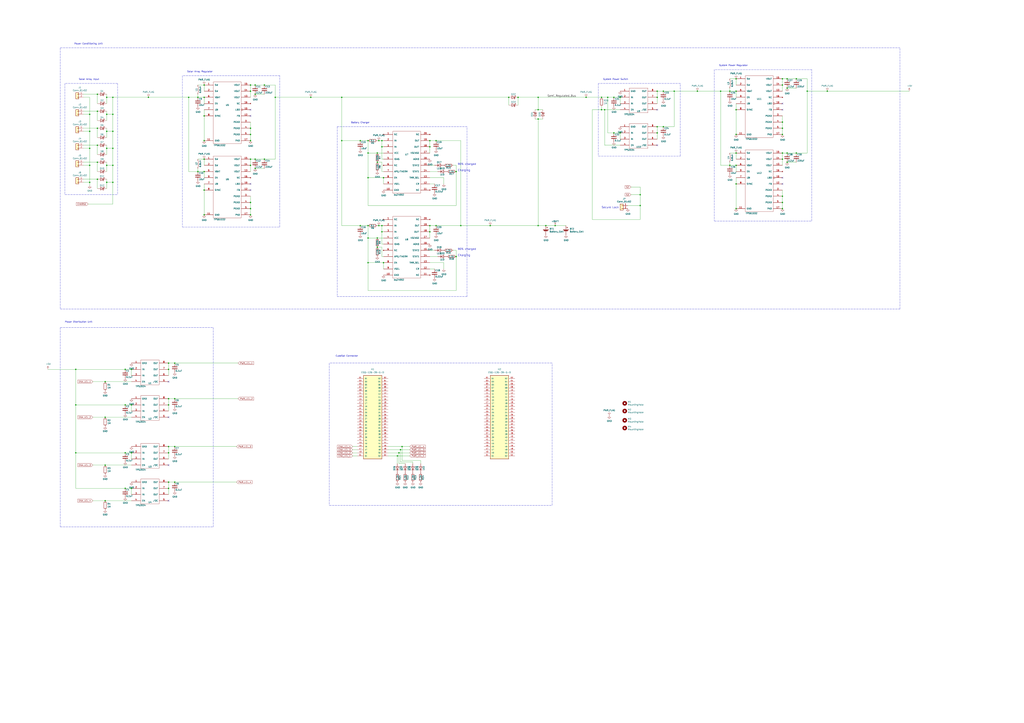
<source format=kicad_sch>
(kicad_sch (version 20231120) (generator "eeschema") (generator_version "8.0")
  (paper "A1")
  (junction (at 642.62 64.77))
  (junction (at 539.75 74.93))
  (junction (at 599.44 135.89))
  (junction (at 205.74 69.85))
  (junction (at 102.87 372.11))
  (junction (at 73.66 107.95))
  (junction (at 328.93 369.57))
  (junction (at 374.65 210.82))
  (junction (at 604.52 135.89))
  (junction (at 217.17 130.81))
  (junction (at 87.63 121.92))
  (junction (at 302.26 215.9))
  (junction (at 62.23 332.74))
  (junction (at 313.69 120.65))
  (junction (at 353.06 185.42))
  (junction (at 572.77 74.93))
  (junction (at 205.74 115.57))
  (junction (at 313.69 185.42))
  (junction (at 309.88 133.35))
  (junction (at 138.43 332.74))
  (junction (at 255.27 80.01))
  (junction (at 353.06 120.65))
  (junction (at 358.14 115.57))
  (junction (at 87.63 107.95))
  (junction (at 209.55 138.43))
  (junction (at 604.52 151.13))
  (junction (at 80.01 133.35))
  (junction (at 455.93 185.42))
  (junction (at 138.43 298.45))
  (junction (at 314.96 146.05))
  (junction (at 167.64 130.81))
  (junction (at 302.26 146.05))
  (junction (at 86.36 342.9))
  (junction (at 87.63 149.86))
  (junction (at 80.01 91.44))
  (junction (at 205.74 171.45))
  (junction (at 604.52 64.77))
  (junction (at 87.63 135.89))
  (junction (at 205.74 110.49))
  (junction (at 86.36 382.27))
  (junction (at 138.43 396.24))
  (junction (at 654.05 125.73))
  (junction (at 353.06 115.57))
  (junction (at 309.88 125.73))
  (junction (at 143.51 367.03))
  (junction (at 504.19 80.01))
  (junction (at 642.62 130.81))
  (junction (at 646.43 125.73))
  (junction (at 314.96 215.9))
  (junction (at 73.66 93.98))
  (junction (at 441.96 185.42))
  (junction (at 642.62 105.41))
  (junction (at 441.96 80.01))
  (junction (at 313.69 190.5))
  (junction (at 539.75 104.14))
  (junction (at 544.83 104.14))
  (junction (at 642.62 100.33))
  (junction (at 102.87 401.32))
  (junction (at 80.01 77.47))
  (junction (at 295.91 185.42))
  (junction (at 494.03 90.17))
  (junction (at 280.67 115.57))
  (junction (at 167.64 115.57))
  (junction (at 499.11 80.01))
  (junction (at 642.62 166.37))
  (junction (at 92.71 121.92))
  (junction (at 604.52 74.93))
  (junction (at 326.39 374.65))
  (junction (at 73.66 121.92))
  (junction (at 154.94 80.01))
  (junction (at 80.01 105.41))
  (junction (at 205.74 176.53))
  (junction (at 302.26 195.58))
  (junction (at 646.43 64.77))
  (junction (at 209.55 69.85))
  (junction (at 604.52 125.73))
  (junction (at 604.52 110.49))
  (junction (at 143.51 298.45))
  (junction (at 311.15 185.42))
  (junction (at 209.55 130.81))
  (junction (at 642.62 161.29))
  (junction (at 358.14 185.42))
  (junction (at 138.43 372.11))
  (junction (at 525.78 160.02))
  (junction (at 544.83 74.93))
  (junction (at 73.66 135.89))
  (junction (at 425.45 80.01))
  (junction (at 143.51 327.66))
  (junction (at 138.43 327.66))
  (junction (at 80.01 147.32))
  (junction (at 205.74 130.81))
  (junction (at 302.26 185.42))
  (junction (at 205.74 166.37))
  (junction (at 87.63 80.01))
  (junction (at 107.95 372.11))
  (junction (at 679.45 74.93))
  (junction (at 138.43 401.32))
  (junction (at 330.2 367.03))
  (junction (at 102.87 332.74))
  (junction (at 86.36 313.69))
  (junction (at 504.19 109.22))
  (junction (at 481.33 80.01))
  (junction (at 92.71 149.86))
  (junction (at 102.87 303.53))
  (junction (at 646.43 133.35))
  (junction (at 107.95 303.53))
  (junction (at 302.26 125.73))
  (junction (at 646.43 72.39))
  (junction (at 143.51 396.24))
  (junction (at 441.96 90.17))
  (junction (at 167.64 95.25))
  (junction (at 121.92 80.01))
  (junction (at 92.71 80.01))
  (junction (at 448.31 185.42))
  (junction (at 167.64 69.85))
  (junction (at 496.57 90.17))
  (junction (at 309.88 203.2))
  (junction (at 539.75 80.01))
  (junction (at 417.83 80.01))
  (junction (at 509.27 80.01))
  (junction (at 604.52 171.45))
  (junction (at 167.64 176.53))
  (junction (at 327.66 372.11))
  (junction (at 402.59 185.42))
  (junction (at 494.03 80.01))
  (junction (at 313.69 115.57))
  (junction (at 80.01 119.38))
  (junction (at 92.71 107.95))
  (junction (at 209.55 77.47))
  (junction (at 309.88 195.58))
  (junction (at 107.95 401.32))
  (junction (at 280.67 80.01))
  (junction (at 205.74 74.93))
  (junction (at 62.23 372.11))
  (junction (at 311.15 115.57))
  (junction (at 353.06 190.5))
  (junction (at 642.62 171.45))
  (junction (at 642.62 110.49))
  (junction (at 654.05 64.77))
  (junction (at 591.82 74.93))
  (junction (at 167.64 80.01))
  (junction (at 662.94 74.93))
  (junction (at 205.74 135.89))
  (junction (at 525.78 168.91))
  (junction (at 205.74 105.41))
  (junction (at 73.66 149.86))
  (junction (at 162.56 140.97))
  (junction (at 92.71 135.89))
  (junction (at 378.46 185.42))
  (junction (at 92.71 93.98))
  (junction (at 138.43 303.53))
  (junction (at 226.06 80.01))
  (junction (at 441.96 97.79))
  (junction (at 604.52 90.17))
  (junction (at 302.26 115.57))
  (junction (at 599.44 74.93))
  (junction (at 167.64 156.21))
  (junction (at 162.56 80.01))
  (junction (at 107.95 332.74))
  (junction (at 374.65 140.97))
  (junction (at 642.62 69.85))
  (junction (at 539.75 109.22))
  (junction (at 217.17 69.85))
  (junction (at 138.43 367.03))
  (junction (at 86.36 411.48))
  (junction (at 509.27 109.22))
  (junction (at 295.91 115.57))
  (junction (at 167.64 140.97))
  (junction (at 553.72 74.93))
  (junction (at 62.23 303.53))
  (junction (at 87.63 93.98))
  (junction (at 642.62 125.73))
  (no_connect (at 642.62 151.13))
  (no_connect (at 642.62 85.09))
  (no_connect (at 205.74 156.21))
  (no_connect (at 138.43 342.9))
  (no_connect (at 138.43 382.27))
  (no_connect (at 138.43 411.48))
  (no_connect (at 539.75 90.17))
  (no_connect (at 205.74 90.17))
  (no_connect (at 539.75 119.38))
  (no_connect (at 642.62 90.17))
  (no_connect (at 205.74 95.25))
  (no_connect (at 642.62 146.05))
  (no_connect (at 138.43 313.69))
  (no_connect (at 205.74 151.13))
  (wire (pts (xy 68.58 149.86) (xy 73.66 149.86)))
  (wire (pts (xy 205.74 100.33) (xy 205.74 105.41)))
  (wire (pts (xy 87.63 121.92) (xy 92.71 121.92)))
  (wire (pts (xy 539.75 104.14) (xy 544.83 104.14)))
  (polyline (pts (xy 149.86 62.23) (xy 149.86 186.69)) (stroke (width 0) (type dash)))
  (wire (pts (xy 499.11 109.22) (xy 499.11 80.01)))
  (wire (pts (xy 205.74 105.41) (xy 205.74 110.49)))
  (wire (pts (xy 86.36 342.9) (xy 107.95 342.9)))
  (wire (pts (xy 425.45 86.36) (xy 425.45 80.01)))
  (wire (pts (xy 642.62 161.29) (xy 642.62 166.37)))
  (wire (pts (xy 167.64 85.09) (xy 167.64 80.01)))
  (wire (pts (xy 217.17 130.81) (xy 226.06 130.81)))
  (wire (pts (xy 167.64 90.17) (xy 167.64 95.25)))
  (wire (pts (xy 604.52 146.05) (xy 604.52 151.13)))
  (wire (pts (xy 209.55 69.85) (xy 205.74 69.85)))
  (wire (pts (xy 73.66 135.89) (xy 73.66 149.86)))
  (wire (pts (xy 604.52 125.73) (xy 604.52 130.81)))
  (wire (pts (xy 402.59 185.42) (xy 441.96 185.42)))
  (wire (pts (xy 280.67 80.01) (xy 280.67 115.57)))
  (wire (pts (xy 313.69 203.2) (xy 313.69 210.82)))
  (wire (pts (xy 87.63 119.38) (xy 87.63 121.92)))
  (wire (pts (xy 73.66 107.95) (xy 73.66 121.92)))
  (wire (pts (xy 509.27 119.38) (xy 496.57 119.38)))
  (wire (pts (xy 68.58 107.95) (xy 73.66 107.95)))
  (wire (pts (xy 302.26 125.73) (xy 302.26 115.57)))
  (wire (pts (xy 76.2 342.9) (xy 86.36 342.9)))
  (wire (pts (xy 642.62 100.33) (xy 642.62 105.41)))
  (wire (pts (xy 525.78 160.02) (xy 525.78 168.91)))
  (wire (pts (xy 662.94 64.77) (xy 662.94 74.93)))
  (wire (pts (xy 311.15 115.57) (xy 313.69 115.57)))
  (wire (pts (xy 72.39 167.64) (xy 92.71 167.64)))
  (wire (pts (xy 313.69 130.81) (xy 314.96 130.81)))
  (wire (pts (xy 217.17 138.43) (xy 209.55 138.43)))
  (wire (pts (xy 364.49 146.05) (xy 364.49 151.13)))
  (wire (pts (xy 318.77 367.03) (xy 330.2 367.03)))
  (wire (pts (xy 289.56 369.57) (xy 293.37 369.57)))
  (wire (pts (xy 509.27 109.22) (xy 504.19 109.22)))
  (wire (pts (xy 525.78 168.91) (xy 515.62 168.91)))
  (wire (pts (xy 330.2 367.03) (xy 330.2 378.46)))
  (wire (pts (xy 353.06 185.42) (xy 358.14 185.42)))
  (wire (pts (xy 604.52 90.17) (xy 604.52 110.49)))
  (wire (pts (xy 591.82 74.93) (xy 599.44 74.93)))
  (wire (pts (xy 646.43 125.73) (xy 642.62 125.73)))
  (polyline (pts (xy 453.39 415.29) (xy 453.39 298.45)) (stroke (width 0) (type dash)))
  (wire (pts (xy 80.01 91.44) (xy 68.58 91.44)))
  (wire (pts (xy 302.26 168.91) (xy 374.65 168.91)))
  (wire (pts (xy 327.66 372.11) (xy 336.55 372.11)))
  (wire (pts (xy 92.71 135.89) (xy 92.71 149.86)))
  (wire (pts (xy 599.44 74.93) (xy 604.52 74.93)))
  (polyline (pts (xy 49.53 39.37) (xy 49.53 254)) (stroke (width 0) (type dash)))
  (wire (pts (xy 167.64 95.25) (xy 167.64 115.57)))
  (wire (pts (xy 642.62 125.73) (xy 642.62 130.81)))
  (wire (pts (xy 87.63 135.89) (xy 87.63 140.97)))
  (polyline (pts (xy 666.75 57.15) (xy 586.74 57.15)) (stroke (width 0) (type dash)))
  (wire (pts (xy 374.65 140.97) (xy 374.65 168.91)))
  (wire (pts (xy 353.06 115.57) (xy 358.14 115.57)))
  (polyline (pts (xy 49.53 433.07) (xy 175.26 433.07)) (stroke (width 0) (type dash)))
  (wire (pts (xy 358.14 185.42) (xy 378.46 185.42)))
  (wire (pts (xy 80.01 133.35) (xy 68.58 133.35)))
  (wire (pts (xy 525.78 153.67) (xy 525.78 160.02)))
  (wire (pts (xy 92.71 80.01) (xy 92.71 93.98)))
  (wire (pts (xy 107.95 411.48) (xy 86.36 411.48)))
  (wire (pts (xy 544.83 104.14) (xy 553.72 104.14)))
  (wire (pts (xy 62.23 401.32) (xy 102.87 401.32)))
  (wire (pts (xy 642.62 69.85) (xy 642.62 74.93)))
  (wire (pts (xy 154.94 140.97) (xy 162.56 140.97)))
  (wire (pts (xy 167.64 69.85) (xy 167.64 74.93)))
  (polyline (pts (xy 558.8 68.58) (xy 491.49 68.58)) (stroke (width 0) (type dash)))
  (wire (pts (xy 486.41 180.34) (xy 486.41 90.17)))
  (wire (pts (xy 80.01 91.44) (xy 80.01 99.06)))
  (wire (pts (xy 280.67 115.57) (xy 280.67 185.42)))
  (wire (pts (xy 448.31 185.42) (xy 441.96 185.42)))
  (wire (pts (xy 107.95 401.32) (xy 102.87 401.32)))
  (wire (pts (xy 328.93 369.57) (xy 336.55 369.57)))
  (wire (pts (xy 73.66 80.01) (xy 73.66 93.98)))
  (wire (pts (xy 378.46 185.42) (xy 402.59 185.42)))
  (wire (pts (xy 378.46 115.57) (xy 378.46 185.42)))
  (wire (pts (xy 92.71 149.86) (xy 87.63 149.86)))
  (wire (pts (xy 509.27 90.17) (xy 496.57 90.17)))
  (wire (pts (xy 107.95 372.11) (xy 107.95 377.19)))
  (wire (pts (xy 62.23 303.53) (xy 39.37 303.53)))
  (wire (pts (xy 509.27 109.22) (xy 509.27 114.3)))
  (wire (pts (xy 318.77 372.11) (xy 327.66 372.11)))
  (polyline (pts (xy 270.51 415.29) (xy 453.39 415.29)) (stroke (width 0) (type dash)))
  (wire (pts (xy 217.17 77.47) (xy 209.55 77.47)))
  (wire (pts (xy 87.63 80.01) (xy 87.63 85.09)))
  (wire (pts (xy 353.06 190.5) (xy 353.06 185.42)))
  (wire (pts (xy 87.63 77.47) (xy 87.63 80.01)))
  (wire (pts (xy 327.66 381) (xy 327.66 372.11)))
  (wire (pts (xy 73.66 93.98) (xy 73.66 107.95)))
  (wire (pts (xy 162.56 69.85) (xy 167.64 69.85)))
  (wire (pts (xy 255.27 80.01) (xy 280.67 80.01)))
  (wire (pts (xy 309.88 195.58) (xy 314.96 195.58)))
  (wire (pts (xy 87.63 91.44) (xy 87.63 93.98)))
  (wire (pts (xy 509.27 80.01) (xy 504.19 80.01)))
  (wire (pts (xy 481.33 80.01) (xy 494.03 80.01)))
  (wire (pts (xy 642.62 105.41) (xy 642.62 110.49)))
  (wire (pts (xy 679.45 74.93) (xy 746.76 74.93)))
  (wire (pts (xy 143.51 327.66) (xy 195.58 327.66)))
  (wire (pts (xy 107.95 401.32) (xy 107.95 406.4)))
  (wire (pts (xy 107.95 303.53) (xy 102.87 303.53)))
  (wire (pts (xy 226.06 69.85) (xy 217.17 69.85)))
  (wire (pts (xy 162.56 80.01) (xy 167.64 80.01)))
  (wire (pts (xy 654.05 125.73) (xy 646.43 125.73)))
  (polyline (pts (xy 229.87 186.69) (xy 229.87 62.23)) (stroke (width 0) (type dash)))
  (wire (pts (xy 328.93 379.73) (xy 328.93 369.57)))
  (polyline (pts (xy 558.8 128.27) (xy 558.8 68.58)) (stroke (width 0) (type dash)))
  (wire (pts (xy 138.43 367.03) (xy 138.43 372.11)))
  (wire (pts (xy 138.43 298.45) (xy 143.51 298.45)))
  (wire (pts (xy 654.05 72.39) (xy 646.43 72.39)))
  (wire (pts (xy 138.43 303.53) (xy 138.43 308.61)))
  (wire (pts (xy 496.57 119.38) (xy 496.57 90.17)))
  (wire (pts (xy 599.44 72.39) (xy 599.44 74.93)))
  (wire (pts (xy 494.03 90.17) (xy 496.57 90.17)))
  (wire (pts (xy 353.06 210.82) (xy 359.41 210.82)))
  (polyline (pts (xy 586.74 181.61) (xy 666.75 181.61)) (stroke (width 0) (type dash)))
  (wire (pts (xy 353.06 120.65) (xy 353.06 115.57)))
  (wire (pts (xy 138.43 298.45) (xy 138.43 303.53)))
  (wire (pts (xy 309.88 133.35) (xy 313.69 133.35)))
  (wire (pts (xy 68.58 121.92) (xy 73.66 121.92)))
  (polyline (pts (xy 96.52 68.58) (xy 96.52 160.02)) (stroke (width 0) (type dash)))
  (wire (pts (xy 62.23 332.74) (xy 62.23 303.53)))
  (wire (pts (xy 107.95 303.53) (xy 107.95 308.61)))
  (wire (pts (xy 326.39 374.65) (xy 326.39 381)))
  (wire (pts (xy 62.23 372.11) (xy 62.23 401.32)))
  (wire (pts (xy 302.26 115.57) (xy 295.91 115.57)))
  (wire (pts (xy 353.06 215.9) (xy 364.49 215.9)))
  (polyline (pts (xy 276.86 104.14) (xy 276.86 243.84)) (stroke (width 0) (type dash)))
  (wire (pts (xy 642.62 130.81) (xy 642.62 135.89)))
  (wire (pts (xy 313.69 120.65) (xy 313.69 130.81)))
  (wire (pts (xy 353.06 140.97) (xy 359.41 140.97)))
  (wire (pts (xy 280.67 115.57) (xy 295.91 115.57)))
  (wire (pts (xy 358.14 115.57) (xy 378.46 115.57)))
  (wire (pts (xy 353.06 146.05) (xy 364.49 146.05)))
  (wire (pts (xy 87.63 107.95) (xy 92.71 107.95)))
  (wire (pts (xy 353.06 195.58) (xy 353.06 190.5)))
  (wire (pts (xy 330.2 367.03) (xy 336.55 367.03)))
  (wire (pts (xy 345.44 381) (xy 345.44 378.46)))
  (wire (pts (xy 73.66 121.92) (xy 73.66 135.89)))
  (wire (pts (xy 599.44 133.35) (xy 599.44 135.89)))
  (wire (pts (xy 599.44 125.73) (xy 604.52 125.73)))
  (wire (pts (xy 364.49 215.9) (xy 364.49 220.98)))
  (wire (pts (xy 518.16 153.67) (xy 525.78 153.67)))
  (wire (pts (xy 143.51 298.45) (xy 195.58 298.45)))
  (polyline (pts (xy 491.49 128.27) (xy 558.8 128.27)) (stroke (width 0) (type dash)))
  (wire (pts (xy 374.65 135.89) (xy 372.11 135.89)))
  (wire (pts (xy 107.95 332.74) (xy 102.87 332.74)))
  (wire (pts (xy 302.26 185.42) (xy 295.91 185.42)))
  (polyline (pts (xy 276.86 243.84) (xy 383.54 243.84)) (stroke (width 0) (type dash)))
  (wire (pts (xy 205.74 69.85) (xy 205.74 74.93)))
  (wire (pts (xy 326.39 374.65) (xy 336.55 374.65)))
  (wire (pts (xy 107.95 332.74) (xy 107.95 337.82)))
  (wire (pts (xy 302.26 146.05) (xy 314.96 146.05)))
  (wire (pts (xy 80.01 119.38) (xy 80.01 127)))
  (wire (pts (xy 280.67 80.01) (xy 417.83 80.01)))
  (wire (pts (xy 662.94 74.93) (xy 662.94 125.73)))
  (wire (pts (xy 68.58 135.89) (xy 73.66 135.89)))
  (wire (pts (xy 226.06 69.85) (xy 226.06 80.01)))
  (wire (pts (xy 591.82 135.89) (xy 591.82 74.93)))
  (wire (pts (xy 87.63 107.95) (xy 87.63 113.03)))
  (wire (pts (xy 289.56 374.65) (xy 293.37 374.65)))
  (wire (pts (xy 209.55 130.81) (xy 205.74 130.81)))
  (wire (pts (xy 642.62 64.77) (xy 642.62 69.85)))
  (polyline (pts (xy 666.75 181.61) (xy 666.75 57.15)) (stroke (width 0) (type dash)))
  (wire (pts (xy 87.63 93.98) (xy 92.71 93.98)))
  (polyline (pts (xy 49.53 269.24) (xy 175.26 269.24)) (stroke (width 0) (type dash)))
  (wire (pts (xy 154.94 140.97) (xy 154.94 80.01)))
  (wire (pts (xy 62.23 372.11) (xy 62.23 332.74)))
  (wire (pts (xy 654.05 64.77) (xy 646.43 64.77)))
  (wire (pts (xy 525.78 168.91) (xy 525.78 180.34)))
  (wire (pts (xy 374.65 205.74) (xy 372.11 205.74)))
  (wire (pts (xy 441.96 80.01) (xy 441.96 90.17)))
  (wire (pts (xy 544.83 74.93) (xy 553.72 74.93)))
  (wire (pts (xy 604.52 80.01) (xy 604.52 74.93)))
  (wire (pts (xy 599.44 135.89) (xy 604.52 135.89)))
  (wire (pts (xy 302.26 215.9) (xy 302.26 238.76)))
  (wire (pts (xy 311.15 185.42) (xy 313.69 185.42)))
  (wire (pts (xy 87.63 80.01) (xy 92.71 80.01)))
  (wire (pts (xy 138.43 372.11) (xy 138.43 377.19)))
  (wire (pts (xy 217.17 69.85) (xy 209.55 69.85)))
  (polyline (pts (xy 96.52 68.58) (xy 53.34 68.58)) (stroke (width 0) (type dash)))
  (wire (pts (xy 76.2 313.69) (xy 86.36 313.69)))
  (wire (pts (xy 313.69 185.42) (xy 314.96 185.42)))
  (wire (pts (xy 339.09 379.73) (xy 328.93 379.73)))
  (wire (pts (xy 425.45 80.01) (xy 441.96 80.01)))
  (polyline (pts (xy 53.34 160.02) (xy 96.52 160.02)) (stroke (width 0) (type dash)))
  (wire (pts (xy 92.71 149.86) (xy 92.71 167.64)))
  (polyline (pts (xy 270.51 298.45) (xy 270.51 415.29)) (stroke (width 0) (type dash)))
  (polyline (pts (xy 175.26 269.24) (xy 175.26 433.07)) (stroke (width 0) (type dash)))
  (wire (pts (xy 302.26 195.58) (xy 302.26 215.9)))
  (wire (pts (xy 87.63 133.35) (xy 87.63 135.89)))
  (wire (pts (xy 205.74 74.93) (xy 205.74 80.01)))
  (polyline (pts (xy 276.86 104.14) (xy 383.54 104.14)) (stroke (width 0) (type dash)))
  (wire (pts (xy 62.23 372.11) (xy 102.87 372.11)))
  (wire (pts (xy 486.41 90.17) (xy 494.03 90.17)))
  (polyline (pts (xy 229.87 62.23) (xy 149.86 62.23)) (stroke (width 0) (type dash)))
  (wire (pts (xy 80.01 105.41) (xy 68.58 105.41)))
  (wire (pts (xy 318.77 369.57) (xy 328.93 369.57)))
  (polyline (pts (xy 453.39 298.45) (xy 270.51 298.45)) (stroke (width 0) (type dash)))
  (wire (pts (xy 353.06 151.13) (xy 356.87 151.13)))
  (wire (pts (xy 604.52 140.97) (xy 604.52 135.89)))
  (wire (pts (xy 662.94 64.77) (xy 654.05 64.77)))
  (wire (pts (xy 494.03 80.01) (xy 499.11 80.01)))
  (wire (pts (xy 226.06 80.01) (xy 255.27 80.01)))
  (wire (pts (xy 642.62 166.37) (xy 642.62 171.45)))
  (wire (pts (xy 121.92 80.01) (xy 154.94 80.01)))
  (wire (pts (xy 313.69 190.5) (xy 314.96 190.5)))
  (wire (pts (xy 226.06 80.01) (xy 226.06 130.81)))
  (wire (pts (xy 302.26 195.58) (xy 302.26 185.42)))
  (wire (pts (xy 572.77 74.93) (xy 591.82 74.93)))
  (wire (pts (xy 302.26 146.05) (xy 302.26 168.91)))
  (wire (pts (xy 309.88 203.2) (xy 313.69 203.2)))
  (wire (pts (xy 87.63 135.89) (xy 92.71 135.89)))
  (wire (pts (xy 62.23 332.74) (xy 102.87 332.74)))
  (wire (pts (xy 289.56 372.11) (xy 293.37 372.11)))
  (wire (pts (xy 313.69 133.35) (xy 313.69 140.97)))
  (wire (pts (xy 86.36 411.48) (xy 76.2 411.48)))
  (wire (pts (xy 280.67 185.42) (xy 295.91 185.42)))
  (wire (pts (xy 441.96 80.01) (xy 481.33 80.01)))
  (wire (pts (xy 654.05 133.35) (xy 646.43 133.35)))
  (wire (pts (xy 642.62 95.25) (xy 642.62 100.33)))
  (wire (pts (xy 499.11 80.01) (xy 504.19 80.01)))
  (wire (pts (xy 167.64 130.81) (xy 167.64 135.89)))
  (wire (pts (xy 87.63 93.98) (xy 87.63 99.06)))
  (wire (pts (xy 539.75 74.93) (xy 539.75 80.01)))
  (wire (pts (xy 313.69 115.57) (xy 314.96 115.57)))
  (wire (pts (xy 162.56 130.81) (xy 167.64 130.81)))
  (wire (pts (xy 646.43 64.77) (xy 642.62 64.77)))
  (wire (pts (xy 87.63 105.41) (xy 87.63 107.95)))
  (wire (pts (xy 138.43 396.24) (xy 143.51 396.24)))
  (wire (pts (xy 353.06 220.98) (xy 356.87 220.98)))
  (wire (pts (xy 138.43 401.32) (xy 138.43 406.4)))
  (wire (pts (xy 309.88 115.57) (xy 311.15 115.57)))
  (wire (pts (xy 302.26 125.73) (xy 309.88 125.73)))
  (wire (pts (xy 417.83 86.36) (xy 417.83 80.01)))
  (polyline (pts (xy 49.53 269.24) (xy 49.53 433.07)) (stroke (width 0) (type dash)))
  (wire (pts (xy 313.69 210.82) (xy 314.96 210.82)))
  (wire (pts (xy 313.69 140.97) (xy 314.96 140.97)))
  (wire (pts (xy 539.75 109.22) (xy 539.75 114.3)))
  (wire (pts (xy 138.43 332.74) (xy 138.43 337.82)))
  (wire (pts (xy 445.77 90.17) (xy 441.96 90.17)))
  (wire (pts (xy 80.01 133.35) (xy 80.01 140.97)))
  (wire (pts (xy 313.69 200.66) (xy 314.96 200.66)))
  (polyline (pts (xy 49.53 39.37) (xy 739.14 39.37)) (stroke (width 0) (type dash)))
  (wire (pts (xy 68.58 147.32) (xy 80.01 147.32)))
  (wire (pts (xy 604.52 64.77) (xy 604.52 69.85)))
  (wire (pts (xy 313.69 120.65) (xy 314.96 120.65)))
  (wire (pts (xy 374.65 135.89) (xy 374.65 140.97)))
  (wire (pts (xy 353.06 205.74) (xy 356.87 205.74)))
  (wire (pts (xy 138.43 327.66) (xy 143.51 327.66)))
  (wire (pts (xy 92.71 93.98) (xy 92.71 107.95)))
  (wire (pts (xy 499.11 109.22) (xy 504.19 109.22)))
  (wire (pts (xy 662.94 74.93) (xy 679.45 74.93)))
  (wire (pts (xy 553.72 104.14) (xy 553.72 74.93)))
  (wire (pts (xy 205.74 161.29) (xy 205.74 166.37)))
  (polyline (pts (xy 739.14 254) (xy 739.14 39.37)) (stroke (width 0) (type dash)))
  (wire (pts (xy 464.82 185.42) (xy 455.93 185.42)))
  (wire (pts (xy 441.96 90.17) (xy 439.42 90.17)))
  (wire (pts (xy 314.96 151.13) (xy 314.96 146.05)))
  (wire (pts (xy 68.58 80.01) (xy 73.66 80.01)))
  (wire (pts (xy 167.64 146.05) (xy 167.64 140.97)))
  (wire (pts (xy 332.74 381) (xy 327.66 381)))
  (wire (pts (xy 107.95 372.11) (xy 102.87 372.11)))
  (wire (pts (xy 302.26 195.58) (xy 309.88 195.58)))
  (wire (pts (xy 494.03 87.63) (xy 494.03 90.17)))
  (wire (pts (xy 138.43 396.24) (xy 138.43 401.32)))
  (wire (pts (xy 73.66 149.86) (xy 73.66 152.4)))
  (wire (pts (xy 318.77 374.65) (xy 326.39 374.65)))
  (wire (pts (xy 92.71 121.92) (xy 92.71 135.89)))
  (wire (pts (xy 143.51 396.24) (xy 194.31 396.24)))
  (wire (pts (xy 289.56 367.03) (xy 293.37 367.03)))
  (wire (pts (xy 539.75 104.14) (xy 539.75 109.22)))
  (wire (pts (xy 68.58 93.98) (xy 73.66 93.98)))
  (polyline (pts (xy 149.86 186.69) (xy 229.87 186.69)) (stroke (width 0) (type dash)))
  (wire (pts (xy 154.94 80.01) (xy 162.56 80.01)))
  (wire (pts (xy 642.62 156.21) (xy 642.62 161.29)))
  (wire (pts (xy 591.82 135.89) (xy 599.44 135.89)))
  (wire (pts (xy 80.01 119.38) (xy 68.58 119.38)))
  (wire (pts (xy 205.74 166.37) (xy 205.74 171.45)))
  (wire (pts (xy 525.78 180.34) (xy 486.41 180.34)))
  (polyline (pts (xy 586.74 57.15) (xy 586.74 181.61)) (stroke (width 0) (type dash)))
  (wire (pts (xy 353.06 125.73) (xy 353.06 120.65)))
  (wire (pts (xy 339.09 381) (xy 339.09 379.73)))
  (wire (pts (xy 353.06 135.89) (xy 356.87 135.89)))
  (wire (pts (xy 80.01 77.47) (xy 80.01 85.09)))
  (wire (pts (xy 309.88 125.73) (xy 314.96 125.73)))
  (wire (pts (xy 441.96 97.79) (xy 445.77 97.79)))
  (wire (pts (xy 313.69 190.5) (xy 313.69 200.66)))
  (wire (pts (xy 455.93 185.42) (xy 448.31 185.42)))
  (wire (pts (xy 509.27 80.01) (xy 509.27 85.09)))
  (wire (pts (xy 138.43 367.03) (xy 143.51 367.03)))
  (wire (pts (xy 345.44 378.46) (xy 330.2 378.46)))
  (polyline (pts (xy 383.54 243.84) (xy 383.54 104.14)) (stroke (width 0) (type dash)))
  (polyline (pts (xy 49.53 254) (xy 739.14 254)) (stroke (width 0) (type dash)))
  (wire (pts (xy 92.71 80.01) (xy 121.92 80.01)))
  (wire (pts (xy 86.36 382.27) (xy 107.95 382.27)))
  (wire (pts (xy 313.69 115.57) (xy 313.69 120.65)))
  (wire (pts (xy 302.26 215.9) (xy 314.96 215.9)))
  (wire (pts (xy 604.52 85.09) (xy 604.52 90.17)))
  (wire (pts (xy 80.01 105.41) (xy 80.01 113.03)))
  (wire (pts (xy 167.64 151.13) (xy 167.64 156.21)))
  (wire (pts (xy 599.44 64.77) (xy 604.52 64.77)))
  (wire (pts (xy 654.05 125.73) (xy 662.94 125.73)))
  (wire (pts (xy 62.23 303.53) (xy 102.87 303.53)))
  (wire (pts (xy 92.71 107.95) (xy 92.71 121.92)))
  (wire (pts (xy 604.52 151.13) (xy 604.52 171.45)))
  (wire (pts (xy 539.75 80.01) (xy 539.75 85.09)))
  (wire (pts (xy 80.01 147.32) (xy 80.01 154.94)))
  (wire (pts (xy 86.36 313.69) (xy 107.95 313.69)))
  (wire (pts (xy 162.56 77.47) (xy 162.56 80.01)))
  (wire (pts (xy 217.17 130.81) (xy 209.55 130.81)))
  (wire (pts (xy 553.72 74.93) (xy 572.77 74.93)))
  (wire (pts (xy 205.74 110.49) (xy 205.74 115.57)))
  (wire (pts (xy 87.63 149.86) (xy 87.63 154.94)))
  (polyline (pts (xy 491.49 68.58) (xy 491.49 128.27)) (stroke (width 0) (type dash)))
  (wire (pts (xy 143.51 367.03) (xy 194.31 367.03)))
  (wire (pts (xy 374.65 210.82) (xy 374.65 238.76)))
  (wire (pts (xy 313.69 185.42) (xy 313.69 190.5)))
  (wire (pts (xy 167.64 156.21) (xy 167.64 176.53)))
  (wire (pts (xy 374.65 205.74) (xy 374.65 210.82)))
  (wire (pts (xy 76.2 382.27) (xy 86.36 382.27)))
  (wire (pts (xy 302.26 238.76) (xy 374.65 238.76)))
  (wire (pts (xy 87.63 147.32) (xy 87.63 149.86)))
  (wire (pts (xy 309.88 185.42) (xy 311.15 185.42)))
  (wire (pts (xy 162.56 140.97) (xy 167.64 140.97)))
  (wire (pts (xy 518.16 160.02) (xy 525.78 160.02)))
  (polyline (pts (xy 53.34 68.58) (xy 53.34 160.02)) (stroke (width 0) (type dash)))
  (wire (pts (xy 138.43 327.66) (xy 138.43 332.74)))
  (wire (pts (xy 441.96 97.79) (xy 441.96 185.42)))
  (wire (pts (xy 87.63 121.92) (xy 87.63 127)))
  (wire (pts (xy 205.74 171.45) (xy 205.74 176.53)))
  (wire (pts (xy 68.58 77.47) (xy 80.01 77.47)))
  (wire (pts (xy 539.75 74.93) (xy 544.83 74.93)))
  (wire (pts (xy 314.96 220.98) (xy 314.96 215.9)))
  (wire (pts (xy 302.26 125.73) (xy 302.26 146.05)))
  (wire (pts (xy 205.74 130.81) (xy 205.74 135.89)))
  (wire (pts (xy 205.74 135.89) (xy 205.74 140.97)))
  (wire (pts (xy 162.56 138.43) (xy 162.56 140.97)))
  (wire (pts (xy 439.42 97.79) (xy 441.96 97.79)))
  (text "Secure Lock" (at 494.03 171.45 0) (effects (font (size 1.524 1.524)) (justify left bottom)))
  (text "Battery Charger" (at 288.29 101.6 0) (effects (font (size 1.27 1.27)) (justify left bottom)))
  (text "Power Distribution Unit" (at 53.34 265.43 0) (effects (font (size 1.27 1.27)) (justify left bottom)))
  (text "Power Conditioning Unit" (at 60.96 36.83 0) (effects (font (size 1.27 1.27)) (justify left bottom)))
  (text "CubeSat Connector" (at 275.59 293.37 0) (effects (font (size 1.27 1.27)) (justify left bottom)))
  (text "Solar Array Regulator" (at 153.67 59.69 0) (effects (font (size 1.27 1.27)) (justify left bottom)))
  (text "System Power Switch" (at 495.3 66.04 0) (effects (font (size 1.27 1.27)) (justify left bottom)))
  (text "Charging" (at 375.92 140.97 0) (effects (font (size 1.524 1.524)) (justify left bottom)))
  (text "90% charged" (at 375.92 205.74 0) (effects (font (size 1.524 1.524)) (justify left bottom)))
  (text "Charging" (at 375.92 210.82 0) (effects (font (size 1.524 1.524)) (justify left bottom)))
  (text "Solar Array Input" (at 64.77 66.04 0) (effects (font (size 1.27 1.27)) (justify left bottom)))
  (text "90% charged" (at 375.92 135.89 0) (effects (font (size 1.524 1.524)) (justify left bottom)))
  (text "System Power Regulator" (at 590.55 54.61 0) (effects (font (size 1.27 1.27)) (justify left bottom)))
  (label "Semi_Regulated_Bus" (at 449.58 80.01 0) (effects (font (size 1.524 1.524))))
  (global_label "S3" (shape input) (at 518.16 160.02 180) (property "Intersheetrefs" "${INTERSHEET_REFS}" (effects (hide yes))))
  (global_label "PWR_LCL_4" (shape input) (at 336.55 367.03 0) (property "Intersheetrefs" "${INTERSHEET_REFS}" (effects (hide yes))))
  (global_label "ENA_LCL_3" (shape input) (at 76.2 382.27 180) (property "Intersheetrefs" "${INTERSHEET_REFS}" (effects (hide yes))))
  (global_label "CHARGE" (shape input) (at 72.39 167.64 180) (property "Intersheetrefs" "${INTERSHEET_REFS}" (effects (hide yes))))
  (global_label "PWR_LCL_3" (shape input) (at 194.31 367.03 0) (property "Intersheetrefs" "${INTERSHEET_REFS}" (effects (hide yes))))
  (global_label "PWR_LCL_4" (shape input) (at 194.31 396.24 0) (property "Intersheetrefs" "${INTERSHEET_REFS}" (effects (hide yes))))
  (global_label "PWR_LCL_1" (shape input) (at 336.55 374.65 0) (property "Intersheetrefs" "${INTERSHEET_REFS}" (effects (hide yes))))
  (global_label "PWR_LCL_3" (shape input) (at 336.55 369.57 0) (property "Intersheetrefs" "${INTERSHEET_REFS}" (effects (hide yes))))
  (global_label "ENA_LCL_1" (shape input) (at 76.2 313.69 180) (property "Intersheetrefs" "${INTERSHEET_REFS}" (effects (hide yes))))
  (global_label "S2" (shape input) (at 518.16 153.67 180) (property "Intersheetrefs" "${INTERSHEET_REFS}" (effects (hide yes))))
  (global_label "PWR_LCL_2" (shape input) (at 195.58 327.66 0) (property "Intersheetrefs" "${INTERSHEET_REFS}" (effects (hide yes))))
  (global_label "ENA_LCL_1" (shape input) (at 289.56 374.65 180) (property "Intersheetrefs" "${INTERSHEET_REFS}" (effects (hide yes))))
  (global_label "ENA_LCL_4" (shape input) (at 76.2 411.48 180) (property "Intersheetrefs" "${INTERSHEET_REFS}" (effects (hide yes))))
  (global_label "PWR_LCL_1" (shape input) (at 195.58 298.45 0) (property "Intersheetrefs" "${INTERSHEET_REFS}" (effects (hide yes))))
  (global_label "ENA_LCL_4" (shape input) (at 289.56 367.03 180) (property "Intersheetrefs" "${INTERSHEET_REFS}" (effects (hide yes))))
  (global_label "ENA_LCL_2" (shape input) (at 289.56 372.11 180) (property "Intersheetrefs" "${INTERSHEET_REFS}" (effects (hide yes))))
  (global_label "ENA_LCL_3" (shape input) (at 289.56 369.57 180) (property "Intersheetrefs" "${INTERSHEET_REFS}" (effects (hide yes))))
  (global_label "PWR_LCL_2" (shape input) (at 336.55 372.11 0) (property "Intersheetrefs" "${INTERSHEET_REFS}" (effects (hide yes))))
  (global_label "ENA_LCL_2" (shape input) (at 76.2 342.9 180) (property "Intersheetrefs" "${INTERSHEET_REFS}" (effects (hide yes))))
  (symbol (lib_id "Device:C") (at 646.43 129.54 0) (unit 1)
    (property "Reference" "C28" (at 647.065 127 0) (effects (justify left)))
    (property "Value" "2.2uF" (at 647.065 132.08 0) (effects (justify left)))
    (property "Footprint" "Capacitor_SMD:C_0805_2012Metric" (effects (hide yes)))
  )
  (symbol (lib_id "Device:R") (at 306.07 115.57 270) (unit 1)
    (property "Reference" "R5" (at 306.07 117.602 90))
    (property "Value" "0.1" (at 306.07 115.57 90))
    (property "Footprint" "Resistor_SMD:R_1206_3216Metric" (effects (hide yes)))
  )
  (symbol (lib_id "Device:D_Schottky") (at 445.77 93.98 90) (mirror x) (unit 1)
    (property "Reference" "D25" (at 443.23 93.98 0))
    (property "Value" "D_Schottky" (effects (hide yes)))
    (property "Footprint" "Diode_SMD:D_SOD-123" (effects (hide yes)))
  )
  (symbol (lib_id "Device:R") (at 86.36 415.29 0) (unit 1)
    (property "Reference" "R4" (at 88.138 414.1216 0) (effects (justify left)))
    (property "Value" "1M" (at 88.138 416.433 0) (effects (justify left)))
    (property "Footprint" "Resistor_SMD:R_0805_2012Metric" (effects (hide yes)))
  )
  (symbol (lib_id "power:GND") (at 642.62 171.45 0) (unit 1)
    (property "Reference" "#PWR070" (effects (hide yes)))
    (property "Value" "GND" (at 642.747 175.8442 0))
  )
  (symbol (lib_id "power:GND") (at 73.66 152.4 0) (unit 1)
    (property "Reference" "#PWR02" (effects (hide yes)))
    (property "Value" "GND" (at 73.787 156.7942 0))
  )
  (symbol (lib_id "Device:D") (at 360.68 135.89 0) (unit 1)
    (property "Reference" "D17" (at 360.68 133.35 0))
    (property "Value" "LED" (at 360.68 138.43 0))
    (property "Footprint" "Diode_SMD:D_0805_2012Metric" (effects (hide yes)))
  )
  (symbol (lib_id "Device:C") (at 162.56 144.78 0) (unit 1)
    (property "Reference" "C10" (at 163.195 142.24 0) (effects (justify left)))
    (property "Value" "10uF" (at 163.195 147.32 0) (effects (justify left)))
    (property "Footprint" "Capacitor_SMD:C_0805_2012Metric" (effects (hide yes)))
  )
  (symbol (lib_id "Device:D_Schottky") (at 83.82 140.97 0) (mirror y) (unit 1)
    (property "Reference" "D10" (at 83.82 138.43 0))
    (property "Value" "D_Schottky" (effects (hide yes)))
    (property "Footprint" "Diode_SMD:D_SOD-123" (effects (hide yes)))
  )
  (symbol (lib_id "Device:Battery_Cell") (at 448.31 190.5 0) (unit 1)
    (property "Reference" "BT1" (at 451.3072 188.0616 0) (effects (justify left)))
    (property "Value" "Battery_Cell" (at 451.3072 190.373 0) (effects (justify left)))
    (property "Footprint" "Battery:BatteryHolder_Keystone_1042_1x18650" (effects (hide yes)))
  )
  (symbol (lib_id "power:GND") (at 339.09 396.24 0) (unit 1)
    (property "Reference" "#PWR076" (effects (hide yes)))
    (property "Value" "GND" (at 339.217 400.6342 0))
  )
  (symbol (lib_id "Device:L") (at 599.44 129.54 0) (unit 1)
    (property "Reference" "L4" (at 598.17 129.54 90))
    (property "Value" "6.8uH" (at 601.345 129.54 90))
    (property "Footprint" "Inductor_SMD:L_10.4x10.4_H4.8" (effects (hide yes)))
  )
  (symbol (lib_id "power:GND") (at 599.44 143.51 0) (unit 1)
    (property "Reference" "#PWR066" (effects (hide yes)))
    (property "Value" "GND" (at 599.567 147.9042 0))
  )
  (symbol (lib_id "power:GND") (at 326.39 396.24 0) (unit 1)
    (property "Reference" "#PWR074" (effects (hide yes)))
    (property "Value" "GND" (at 326.517 400.6342 0))
  )
  (symbol (lib_id "power:GND") (at 86.36 389.89 0) (unit 1)
    (property "Reference" "#PWR05" (effects (hide yes)))
    (property "Value" "GND" (at 86.36 393.7 0))
  )
  (symbol (lib_id "Device:D_Schottky") (at 83.82 119.38 0) (mirror y) (unit 1)
    (property "Reference" "D7" (at 83.82 116.84 0))
    (property "Value" "D_Schottky" (effects (hide yes)))
    (property "Footprint" "Diode_SMD:D_SOD-123" (effects (hide yes)))
  )
  (symbol (lib_id "Device:C") (at 209.55 134.62 0) (unit 1)
    (property "Reference" "C12" (at 210.185 132.08 0) (effects (justify left)))
    (property "Value" "2.2uF" (at 210.185 137.16 0) (effects (justify left)))
    (property "Footprint" "Capacitor_SMD:C_0805_2012Metric" (effects (hide yes)))
  )
  (symbol (lib_id "power:GND") (at 544.83 111.76 0) (unit 1)
    (property "Reference" "#PWR064" (effects (hide yes)))
    (property "Value" "GND" (at 544.957 116.1542 0))
  )
  (symbol (lib_id "power:GND") (at 364.49 220.98 0) (unit 1)
    (property "Reference" "#PWR050" (effects (hide yes)))
    (property "Value" "GND" (at 364.617 225.3742 0))
  )
  (symbol (lib_id "mylib:TPS61032") (at 623.57 148.59 0) (unit 1)
    (property "Reference" "U12" (at 623.57 142.24 0))
    (property "Value" "TPS61032" (at 617.22 175.26 0))
    (property "Footprint" "Package_SO:HTSSOP-16-1EP_4.4x5mm_P0.65mm_EP3x3mm" (effects (hide yes)))
  )
  (symbol (lib_id "Connector_Generic:Conn_01x02") (at 63.5 133.35 0) (mirror y) (unit 1)
    (property "Reference" "J5" (at 65.5828 127.8382 0))
    (property "Value" "Conn_01x02" (at 65.5828 130.1496 0))
    (property "Footprint" "Connector_PinHeader_2.54mm:PinHeader_1x02_P2.54mm_Horizontal" (effects (hide yes)))
  )
  (symbol (lib_id "power:GND") (at 86.36 419.1 0) (unit 1)
    (property "Reference" "#PWR06" (effects (hide yes)))
    (property "Value" "GND" (at 86.36 422.91 0))
  )
  (symbol (lib_id "Device:D_Schottky") (at 421.64 86.36 0) (mirror y) (unit 1)
    (property "Reference" "D23" (at 421.64 83.82 0))
    (property "Value" "D_Schottky" (effects (hide yes)))
    (property "Footprint" "Diode_SMD:D_SOD-123" (effects (hide yes)))
  )
  (symbol (lib_id "power:GND") (at 358.14 193.04 0) (unit 1)
    (property "Reference" "#PWR048" (effects (hide yes)))
    (property "Value" "GND" (at 358.267 197.4342 0))
  )
  (symbol (lib_id "power:GND") (at 604.52 110.49 0) (unit 1)
    (property "Reference" "#PWR067" (effects (hide yes)))
    (property "Value" "GND" (at 604.647 114.8842 0))
  )
  (symbol (lib_id "power:GND") (at 86.36 321.31 0) (unit 1)
    (property "Reference" "#PWR03" (effects (hide yes)))
    (property "Value" "GND" (at 86.36 325.12 0))
  )
  (symbol (lib_id "Device:R") (at 368.3 135.89 270) (unit 1)
    (property "Reference" "R15" (at 368.3 137.922 90))
    (property "Value" "1.5k" (at 368.3 135.89 90))
    (property "Footprint" "Resistor_SMD:R_0805_2012Metric" (effects (hide yes)))
  )
  (symbol (lib_id "power:GND") (at 162.56 148.59 0) (unit 1)
    (property "Reference" "#PWR020" (effects (hide yes)))
    (property "Value" "GND" (at 162.687 152.9842 0))
  )
  (symbol (lib_id "power:+5V") (at 746.76 74.93 0) (unit 1)
    (property "Reference" "#PWR073" (effects (hide yes)))
    (property "Value" "+5V" (at 747.141 70.5358 0))
  )
  (symbol (lib_id "power:GND") (at 167.64 176.53 0) (unit 1)
    (property "Reference" "#PWR022" (effects (hide yes)))
    (property "Value" "GND" (at 167.767 180.9242 0))
  )
  (symbol (lib_id "Device:C") (at 217.17 73.66 0) (unit 1)
    (property "Reference" "C13" (at 217.805 71.12 0) (effects (justify left)))
    (property "Value" "220uF" (at 217.805 76.2 0) (effects (justify left)))
    (property "Footprint" "Capacitor_Tantalum_SMD:CP_EIA-7343-31_Kemet-D" (effects (hide yes)))
  )
  (symbol (lib_id "power:GND") (at 464.82 193.04 0) (unit 1)
    (property "Reference" "#PWR057" (effects (hide yes)))
    (property "Value" "GND" (at 464.947 197.4342 0))
  )
  (symbol (lib_id "Device:C") (at 654.05 68.58 0) (unit 1)
    (property "Reference" "C29" (at 654.685 66.04 0) (effects (justify left)))
    (property "Value" "220uF" (at 654.685 71.12 0) (effects (justify left)))
    (property "Footprint" "Capacitor_Tantalum_SMD:CP_EIA-7343-31_Kemet-D" (effects (hide yes)))
  )
  (symbol (lib_id "power:PWR_FLAG") (at 604.52 64.77 0) (unit 1)
    (property "Reference" "#FLG011" (effects (hide yes)))
    (property "Value" "PWR_FLAG" (at 604.52 60.3758 0))
  )
  (symbol (lib_id "power:GND") (at 504.19 116.84 0) (unit 1)
    (property "Reference" "#PWR059" (effects (hide yes)))
    (property "Value" "GND" (at 504.317 121.2342 0))
  )
  (symbol (lib_id "Mechanical:MountingHole") (at 513.08 337.82 0) (unit 1)
    (property "Reference" "M2" (at 515.62 336.6516 0) (effects (justify left)))
    (property "Value" "MountingHole" (at 515.62 338.963 0) (effects (justify left)))
    (property "Footprint" "MountingHole:MountingHole_3.2mm_M3_Pad" (effects (hide yes)))
  )
  (symbol (lib_id "ESQ-126-39-G-D:ESQ-126-39-G-D") (at 306.07 344.17 0) (unit 1)
    (property "Reference" "H1" (at 306.07 303.53 0))
    (property "Value" "ESQ-126-39-G-D" (at 306.07 306.07 0))
    (property "Footprint" "ESQ-126-39-G-D:SAMTEC_ESQ-126-39-G-D" (effects (hide yes)))
    (property "MF" "Samtec" (effects (hide yes)))
    (property "Description_1" "\nESQ - Samtec 2.54mm Elevated Dual Row Socket Strip Low Insertion Force. 12.19mm Contact 11.05mm Profile (39)\n" (effects (hide yes)))
    (property "Package" "None" (effects (hide yes)))
    (property "Price" "None" (effects (hide yes)))
    (property "Check_prices" "https://www.snapeda.com/parts/ESQ-126-39-G-D/Samtec+Inc./view-part/?ref=eda" (effects (hide yes)))
    (property "STANDARD" "Manufacturer Recommendations" (effects (hide yes)))
    (property "PARTREV" "R" (effects (hide yes)))
    (property "SnapEDA_Link" "https://www.snapeda.com/parts/ESQ-126-39-G-D/Samtec+Inc./view-part/?ref=snap" (effects (hide yes)))
    (property "MP" "ESQ-126-39-G-D" (effects (hide yes)))
    (property "Purchase-URL" "https://www.snapeda.com/api/url_track_click_mouser/?unipart_id=490181&manufacturer=Samtec&part_name=ESQ-126-39-G-D&search_term=esq-126-39-g-d" (effects (hide yes)))
    (property "Availability" "In Stock" (effects (hide yes)))
    (property "MANUFACTURER" "Samtec" (effects (hide yes)))
  )
  (symbol (lib_id "Device:R") (at 339.09 392.43 0) (unit 1)
    (property "Reference" "R23" (at 341.122 392.43 90))
    (property "Value" "1.5k" (at 339.09 392.43 90))
    (property "Footprint" "Resistor_SMD:R_0805_2012Metric" (effects (hide yes)))
  )
  (symbol (lib_id "power:GND") (at 515.62 171.45 0) (unit 1)
    (property "Reference" "#PWR062" (effects (hide yes)))
    (property "Value" "GND" (at 515.747 175.8442 0))
  )
  (symbol (lib_id "Device:R") (at 86.36 317.5 0) (unit 1)
    (property "Reference" "R1" (at 88.138 316.3316 0) (effects (justify left)))
    (property "Value" "1M" (at 88.138 318.643 0) (effects (justify left)))
    (property "Footprint" "Resistor_SMD:R_0805_2012Metric" (effects (hide yes)))
  )
  (symbol (lib_id "Device:R") (at 370.84 140.97 270) (unit 1)
    (property "Reference" "R17" (at 370.84 143.002 90))
    (property "Value" "1.5k" (at 370.84 140.97 90))
    (property "Footprint" "Resistor_SMD:R_0805_2012Metric" (effects (hide yes)))
  )
  (symbol (lib_id "Device:C") (at 356.87 224.79 0) (unit 1)
    (property "Reference" "C18" (at 357.505 222.25 0) (effects (justify left)))
    (property "Value" "0.22uF" (at 357.505 227.33 0) (effects (justify left)))
    (property "Footprint" "Capacitor_SMD:C_0805_2012Metric" (effects (hide yes)))
  )
  (symbol (lib_id "mylib:TPS61032") (at 186.69 92.71 0) (unit 1)
    (property "Reference" "U5" (at 186.69 86.36 0))
    (property "Value" "TPS61032" (at 180.34 119.38 0))
    (property "Footprint" "Package_SO:HTSSOP-16-1EP_4.4x5mm_P0.65mm_EP3x3mm" (effects (hide yes)))
  )
  (symbol (lib_id "Device:D") (at 326.39 384.81 90) (unit 1)
    (property "Reference" "D26" (at 323.85 384.81 0))
    (property "Value" "LED" (at 328.93 384.81 0))
    (property "Footprint" "Diode_SMD:D_0805_2012Metric" (effects (hide yes)))
  )
  (symbol (lib_id "Device:C") (at 358.14 189.23 0) (unit 1)
    (property "Reference" "C20" (at 358.775 186.69 0) (effects (justify left)))
    (property "Value" "10uF" (at 358.775 191.77 0) (effects (justify left)))
    (property "Footprint" "Capacitor_SMD:C_0805_2012Metric" (effects (hide yes)))
  )
  (symbol (lib_id "power:GND") (at 544.83 82.55 0) (unit 1)
    (property "Reference" "#PWR063" (effects (hide yes)))
    (property "Value" "GND" (at 544.957 86.9442 0))
  )
  (symbol (lib_id "Mechanical:MountingHole") (at 513.08 331.47 0) (unit 1)
    (property "Reference" "M1" (at 515.62 330.3016 0) (effects (justify left)))
    (property "Value" "MountingHole" (at 515.62 332.613 0) (effects (justify left)))
    (property "Footprint" "MountingHole:MountingHole_3.2mm_M3_Pad" (effects (hide yes)))
  )
  (symbol (lib_id "mylib:TPS2034") (at 524.51 82.55 0) (unit 1)
    (property "Reference" "U9" (at 524.51 91.44 0))
    (property "Value" "TPS2034" (at 516.89 93.98 0))
    (property "Footprint" "Package_SO:SO-8_3.9x4.9mm_P1.27mm" (effects (hide yes)))
  )
  (symbol (lib_id "Device:R") (at 345.44 392.43 0) (unit 1)
    (property "Reference" "R24" (at 347.472 392.43 90))
    (property "Value" "1.5k" (at 345.44 392.43 90))
    (property "Footprint" "Resistor_SMD:R_0805_2012Metric" (effects (hide yes)))
  )
  (symbol (lib_id "power:GND") (at 143.51 374.65 0) (unit 1)
    (property "Reference" "#PWR017" (effects (hide yes)))
    (property "Value" "GND" (at 143.637 379.0442 0))
  )
  (symbol (lib_id "power:GND") (at 646.43 72.39 0) (unit 1)
    (property "Reference" "#PWR071" (effects (hide yes)))
    (property "Value" "GND" (at 646.557 76.7842 0))
  )
  (symbol (lib_id "Device:D_Schottky") (at 83.82 147.32 0) (mirror y) (unit 1)
    (property "Reference" "D11" (at 83.82 144.78 0))
    (property "Value" "D_Schottky" (effects (hide yes)))
    (property "Footprint" "Diode_SMD:D_SOD-123" (effects (hide yes)))
  )
  (symbol (lib_id "Device:C") (at 143.51 302.26 0) (unit 1)
    (property "Reference" "C5" (at 144.145 299.72 0) (effects (justify left)))
    (property "Value" "0.1uF" (at 144.145 304.8 0) (effects (justify left)))
    (property "Footprint" "Capacitor_SMD:C_0805_2012Metric" (effects (hide yes)))
  )
  (symbol (lib_id "power:GND") (at 356.87 228.6 0) (unit 1)
    (property "Reference" "#PWR046" (effects (hide yes)))
    (property "Value" "GND" (at 356.997 232.9942 0))
  )
  (symbol (lib_id "power:GND") (at 314.96 226.06 0) (unit 1)
    (property "Reference" "#PWR035" (effects (hide yes)))
    (property "Value" "GND" (at 315.087 230.4542 0))
  )
  (symbol (lib_id "Mechanical:MountingHole") (at 513.08 345.44 0) (unit 1)
    (property "Reference" "M3" (at 515.62 344.2716 0) (effects (justify left)))
    (property "Value" "MountingHole" (at 515.62 346.583 0) (effects (justify left)))
    (property "Footprint" "MountingHole:MountingHole_3.2mm_M3_Pad" (effects (hide yes)))
  )
  (symbol (lib_id "power:GND") (at 205.74 115.57 0) (unit 1)
    (property "Reference" "#PWR023" (effects (hide yes)))
    (property "Value" "GND" (at 205.867 119.9642 0))
  )
  (symbol (lib_id "power:GND") (at 295.91 123.19 0) (unit 1)
    (property "Reference" "#PWR028" (effects (hide yes)))
    (property "Value" "GND" (at 296.037 127.5842 0))
  )
  (symbol (lib_id "Device:C") (at 295.91 189.23 0) (unit 1)
    (property "Reference" "C16" (at 296.545 186.69 0) (effects (justify left)))
    (property "Value" "10uF" (at 296.545 191.77 0) (effects (justify left)))
    (property "Footprint" "Capacitor_SMD:C_0805_2012Metric" (effects (hide yes)))
  )
  (symbol (lib_id "power:GND") (at 102.87 311.15 0) (unit 1)
    (property "Reference" "#PWR07" (effects (hide yes)))
    (property "Value" "GND" (at 102.997 315.5442 0))
  )
  (symbol (lib_id "power:GND") (at 332.74 396.24 0) (unit 1)
    (property "Reference" "#PWR075" (effects (hide yes)))
    (property "Value" "GND" (at 332.867 400.6342 0))
  )
  (symbol (lib_id "power:PWR_FLAG") (at 481.33 80.01 0) (unit 1)
    (property "Reference" "#FLG09" (effects (hide yes)))
    (property "Value" "PWR_FLAG" (at 481.33 75.6158 0))
  )
  (symbol (lib_id "Device:C") (at 504.19 113.03 0) (unit 1)
    (property "Reference" "C22" (at 504.825 110.49 0) (effects (justify left)))
    (property "Value" "0.1uF" (at 504.825 115.57 0) (effects (justify left)))
    (property "Footprint" "Capacitor_SMD:C_0805_2012Metric" (effects (hide yes)))
  )
  (symbol (lib_id "power:GND") (at 345.44 396.24 0) (unit 1)
    (property "Reference" "#PWR077" (effects (hide yes)))
    (property "Value" "GND" (at 345.567 400.6342 0))
  )
  (symbol (lib_id "power:GND") (at 86.36 350.52 0) (unit 1)
    (property "Reference" "#PWR04" (effects (hide yes)))
    (property "Value" "GND" (at 86.36 354.33 0))
  )
  (symbol (lib_id "Device:C") (at 209.55 73.66 0) (unit 1)
    (property "Reference" "C11" (at 210.185 71.12 0) (effects (justify left)))
    (property "Value" "2.2uF" (at 210.185 76.2 0) (effects (justify left)))
    (property "Footprint" "Capacitor_SMD:C_0805_2012Metric" (effects (hide yes)))
  )
  (symbol (lib_id "power:GND") (at 209.55 77.47 0) (unit 1)
    (property "Reference" "#PWR025" (effects (hide yes)))
    (property "Value" "GND" (at 209.677 81.8642 0))
  )
  (symbol (lib_id "mylib:TPS2034") (at 123.19 374.65 0) (unit 1)
    (property "Reference" "U3" (at 123.19 383.54 0))
    (property "Value" "TPS2034" (at 115.57 386.08 0))
    (property "Footprint" "Package_SO:SO-8_3.9x4.9mm_P1.27mm" (effects (hide yes)))
  )
  (symbol (lib_id "mylib:TPS2034") (at 123.19 306.07 0) (unit 1)
    (property "Reference" "U1" (at 123.19 314.96 0))
    (property "Value" "TPS2034" (at 115.57 317.5 0))
    (property "Footprint" "Package_SO:SO-8_3.9x4.9mm_P1.27mm" (effects (hide yes)))
  )
  (symbol (lib_id "Device:R") (at 309.88 137.16 0) (unit 1)
    (property "Reference" "R8" (at 311.912 137.16 90))
    (property "Value" "110k" (at 309.88 137.16 90))
    (property "Footprint" "Resistor_SMD:R_0805_2012Metric" (effects (hide yes)))
  )
  (symbol (lib_id "Device:D_Schottky") (at 83.82 133.35 0) (mirror y) (unit 1)
    (property "Reference" "D9" (at 83.82 130.81 0))
    (property "Value" "D_Schottky" (effects (hide yes)))
    (property "Footprint" "Diode_SMD:D_SOD-123" (effects (hide yes)))
  )
  (symbol (lib_id "power:GND") (at 295.91 193.04 0) (unit 1)
    (property "Reference" "#PWR029" (effects (hide yes)))
    (property "Value" "GND" (at 296.037 197.4342 0))
  )
  (symbol (lib_id "power:GND") (at 358.14 123.19 0) (unit 1)
    (property "Reference" "#PWR047" (effects (hide yes)))
    (property "Value" "GND" (at 358.267 127.5842 0))
  )
  (symbol (lib_id "power:GND") (at 107.95 396.24 0) (unit 1)
    (property "Reference" "#PWR014" (effects (hide yes)))
    (property "Value" "GND" (at 108.077 400.6342 0))
  )
  (symbol (lib_id "Device:D") (at 363.22 210.82 0) (unit 1)
    (property "Reference" "D20" (at 363.22 208.28 0))
    (property "Value" "LED" (at 363.22 213.36 0))
    (property "Footprint" "Diode_SMD:D_0805_2012Metric" (effects (hide yes)))
  )
  (symbol (lib_id "Device:L") (at 599.44 68.58 0) (unit 1)
    (property "Reference" "L3" (at 598.17 68.58 90))
    (property "Value" "6.8uH" (at 601.345 68.58 90))
    (property "Footprint" "Inductor_SMD:L_10.4x10.4_H4.8" (effects (hide yes)))
  )
  (symbol (lib_id "Device:D_Schottky") (at 83.82 113.03 0) (mirror y) (unit 1)
    (property "Reference" "D6" (at 83.82 110.49 0))
    (property "Value" "D_Schottky" (effects (hide yes)))
    (property "Footprint" "Diode_SMD:D_SOD-123" (effects (hide yes)))
  )
  (symbol (lib_id "power:PWR_FLAG") (at 402.59 185.42 0) (unit 1)
    (property "Reference" "#FLG07" (effects (hide yes)))
    (property "Value" "PWR_FLAG" (at 402.59 181.0258 0))
  )
  (symbol (lib_id "Connector_Generic:Conn_01x02") (at 63.5 119.38 0) (mirror y) (unit 1)
    (property "Reference" "J4" (at 65.5828 113.8682 0))
    (property "Value" "Conn_01x02" (at 65.5828 116.1796 0))
    (property "Footprint" "Connector_PinHeader_2.54mm:PinHeader_1x02_P2.54mm_Horizontal" (effects (hide yes)))
  )
  (symbol (lib_id "mylib:bq24002") (at 334.01 203.2 0) (unit 1)
    (property "Reference" "U8" (at 334.01 196.85 0))
    (property "Value" "bq24002" (at 327.66 229.87 0))
    (property "Footprint" "Package_SO:HTSSOP-20-1EP_4.4x6.5mm_P0.65mm_EP2.85x4mm" (effects (hide yes)))
  )
  (symbol (lib_id "Device:D_Schottky") (at 83.82 154.94 0) (mirror y) (unit 1)
    (property "Reference" "D12" (at 83.82 152.4 0))
    (property "Value" "D_Schottky" (effects (hide yes)))
    (property "Footprint" "Diode_SMD:D_SOD-123" (effects (hide yes)))
  )
  (symbol (lib_id "Device:C") (at 646.43 68.58 0) (unit 1)
    (property "Reference" "C27" (at 647.065 66.04 0) (effects (justify left)))
    (property "Value" "2.2uF" (at 647.065 71.12 0) (effects (justify left)))
    (property "Footprint" "Capacitor_SMD:C_0805_2012Metric" (effects (hide yes)))
  )
  (symbol (lib_id "power:GND") (at 314.96 156.21 0) (unit 1)
    (property "Reference" "#PWR034" (effects (hide yes)))
    (property "Value" "GND" (at 315.087 160.6042 0))
  )
  (symbol (lib_id "Device:R") (at 368.3 205.74 270) (unit 1)
    (property "Reference" "R16" (at 368.3 207.772 90))
    (property "Value" "1.5k" (at 368.3 205.74 90))
    (property "Footprint" "Resistor_SMD:R_0805_2012Metric" (effects (hide yes)))
  )
  (symbol (lib_id "power:PWR_FLAG") (at 167.64 130.81 0) (unit 1)
    (property "Reference" "#FLG03" (effects (hide yes)))
    (property "Value" "PWR_FLAG" (at 167.64 126.4158 0))
  )
  (symbol (lib_id "Device:D_Schottky") (at 83.82 127 0) (mirror y) (unit 1)
    (property "Reference" "D8" (at 83.82 124.46 0))
    (property "Value" "D_Schottky" (effects (hide yes)))
    (property "Footprint" "Diode_SMD:D_SOD-123" (effects (hide yes)))
  )
  (symbol (lib_id "Device:D") (at 339.09 384.81 90) (unit 1)
    (property "Reference" "D28" (at 336.55 384.81 0))
    (property "Value" "LED" (at 341.63 384.81 0))
    (property "Footprint" "Diode_SMD:D_0805_2012Metric" (effects (hide yes)))
  )
  (symbol (lib_id "power:GND") (at 509.27 104.14 0) (unit 1)
    (property "Reference" "#PWR061" (effects (hide yes)))
    (property "Value" "GND" (at 509.397 108.5342 0))
  )
  (symbol (lib_id "Device:C") (at 143.51 370.84 0) (unit 1)
    (property "Reference" "C7" (at 144.145 368.3 0) (effects (justify left)))
    (property "Value" "0.1uF" (at 144.145 373.38 0) (effects (justify left)))
    (property "Footprint" "Capacitor_SMD:C_0805_2012Metric" (effects (hide yes)))
  )
  (symbol (lib_id "Connector_Generic:Conn_01x02") (at 63.5 105.41 0) (mirror y) (unit 1)
    (property "Reference" "J3" (at 65.5828 99.8982 0))
    (property "Value" "Conn_01x02" (at 65.5828 102.2096 0))
    (property "Footprint" "Connector_PinHeader_2.54mm:PinHeader_1x02_P2.54mm_Horizontal" (effects (hide yes)))
  )
  (symbol (lib_id "power:PWR_FLAG") (at 311.15 115.57 0) (unit 1)
    (property "Reference" "#FLG05" (effects (hide yes)))
    (property "Value" "PWR_FLAG" (at 311.15 111.1758 0))
  )
  (symbol (lib_id "power:GND") (at 167.64 115.57 0) (unit 1)
    (property "Reference" "#PWR021" (effects (hide yes)))
    (property "Value" "GND" (at 167.767 119.9642 0))
  )
  (symbol (lib_id "Device:D") (at 360.68 205.74 0) (unit 1)
    (property "Reference" "D18" (at 360.68 203.2 0))
    (property "Value" "LED" (at 360.68 208.28 0))
    (property "Footprint" "Diode_SMD:D_0805_2012Metric" (effects (hide yes)))
  )
  (symbol (lib_id "power:PWR_FLAG") (at 121.92 80.01 0) (unit 1)
    (property "Reference" "#FLG01" (effects (hide yes)))
    (property "Value" "PWR_FLAG" (at 121.92 75.6158 0))
  )
  (symbol (lib_id "Device:R") (at 494.03 83.82 0) (unit 1)
    (property "Reference" "R20" (at 495.808 82.6516 0) (effects (justify left)))
    (property "Value" "1M" (at 495.808 84.963 0) (effects (justify left)))
    (property "Footprint" "Resistor_SMD:R_0805_2012Metric" (effects (hide yes)))
  )
  (symbol (lib_id "power:GND") (at 448.31 193.04 0) (unit 1)
    (property "Reference" "#PWR054" (effects (hide yes)))
    (property "Value" "GND" (at 448.437 197.4342 0))
  )
  (symbol (lib_id "Device:C") (at 295.91 119.38 0) (unit 1)
    (property "Reference" "C15" (at 296.545 116.84 0) (effects (justify left)))
    (property "Value" "10uF" (at 296.545 121.92 0) (effects (justify left)))
    (property "Footprint" "Capacitor_SMD:C_0805_2012Metric" (effects (hide yes)))
  )
  (symbol (lib_id "mylib:bq24002") (at 334.01 133.35 0) (unit 1)
    (property "Reference" "U7" (at 334.01 127 0))
    (property "Value" "bq24002" (at 327.66 160.02 0))
    (property "Footprint" "Package_SO:HTSSOP-20-1EP_4.4x6.5mm_P0.65mm_EP2.85x4mm" (effects (hide yes)))
  )
  (symbol (lib_id "Connector_Generic:Conn_01x02") (at 63.5 147.32 0) (mirror y) (unit 1)
    (property "Reference" "J6" (at 65.5828 141.8082 0))
    (property "Value" "Conn_01x02" (at 65.5828 144.1196 0))
    (property "Footprint" "Connector_PinHeader_2.54mm:PinHeader_1x02_P2.54mm_Horizontal" (effects (hide yes)))
  )
  (symbol (lib_id "Device:D_Schottky") (at 83.82 105.41 0) (mirror y) (unit 1)
    (property "Reference" "D5" (at 83.82 102.87 0))
    (property "Value" "D_Schottky" (effects (hide yes)))
    (property "Footprint" "Diode_SMD:D_SOD-123" (effects (hide yes)))
  )
  (symbol (lib_id "Connector_Generic:Conn_01x02") (at 63.5 91.44 0) (mirror y) (unit 1)
    (property "Reference" "J2" (at 65.5828 85.9282 0))
    (property "Value" "Conn_01x02" (at 65.5828 88.2396 0))
    (property "Footprint" "Connector_PinHeader_2.54mm:PinHeader_1x02_P2.54mm_Horizontal" (effects (hide yes)))
  )
  (symbol (lib_id "power:GND") (at 504.19 87.63 0) (unit 1)
    (property "Reference" "#PWR058" (effects (hide yes)))
    (property "Value" "GND" (at 504.317 92.0242 0))
  )
  (symbol (lib_id "Device:L") (at 162.56 134.62 0) (unit 1)
    (property "Reference" "L2" (at 161.29 134.62 90))
    (property "Value" "6.8uH" (at 164.465 134.62 90))
    (property "Footprint" "Inductor_SMD:L_10.4x10.4_H4.8" (effects (hide yes)))
  )
  (symbol (lib_id "Device:C") (at 143.51 331.47 0) (unit 1)
    (property "Reference" "C6" (at 144.145 328.93 0) (effects (justify left)))
    (property "Value" "0.1uF" (at 144.145 334.01 0) (effects (justify left)))
    (property "Footprint" "Capacitor_SMD:C_0805_2012Metric" (effects (hide yes)))
  )
  (symbol (lib_id "power:GND") (at 143.51 335.28 0) (unit 1)
    (property "Reference" "#PWR016" (effects (hide yes)))
    (property "Value" "GND" (at 143.637 339.6742 0))
  )
  (symbol (lib_id "Device:D_Schottky") (at 83.82 77.47 0) (mirror y) (unit 1)
    (property "Reference" "D1" (at 83.82 74.93 0))
    (property "Value" "D_Schottky" (effects (hide yes)))
    (property "Footprint" "Diode_SMD:D_SOD-123" (effects (hide yes)))
  )
  (symbol (lib_id "mylib:TPS2034") (at 123.19 403.86 0) (unit 1)
    (property "Reference" "U4" (at 123.19 412.75 0))
    (property "Value" "TPS2034" (at 115.57 415.29 0))
    (property "Footprint" "Package_SO:SO-8_3.9x4.9mm_P1.27mm" (effects (hide yes)))
  )
  (symbol (lib_id "power:+5V") (at 39.37 303.53 0) (unit 1)
    (property "Reference" "#PWR01" (effects (hide yes)))
    (property "Value" "+5V" (at 39.751 299.1358 0))
  )
  (symbol (lib_id "Device:D") (at 332.74 384.81 90) (unit 1)
    (property "Reference" "D27" (at 330.2 384.81 0))
    (property "Value" "LED" (at 335.28 384.81 0))
    (property "Footprint" "Diode_SMD:D_0805_2012Metric" (effects (hide yes)))
  )
  (symbol (lib_id "power:GND") (at 205.74 176.53 0) (unit 1)
    (property "Reference" "#PWR024" (effects (hide yes)))
    (property "Value" "GND" (at 205.867 180.9242 0))
  )
  (symbol (lib_id "power:GND") (at 353.06 200.66 0) (unit 1)
    (property "Reference" "#PWR044" (effects (hide yes)))
    (property "Value" "GND" (at 353.187 205.0542 0))
  )
  (symbol (lib_id "Device:C") (at 102.87 375.92 0) (unit 1)
    (property "Reference" "C3" (at 103.505 373.38 0) (effects (justify left)))
    (property "Value" "0.1uF" (at 103.505 378.46 0) (effects (justify left)))
    (property "Footprint" "Capacitor_SMD:C_0805_2012Metric" (effects (hide yes)))
  )
  (symbol (lib_id "Device:R") (at 332.74 392.43 0) (unit 1)
    (property "Reference" "R22" (at 334.772 392.43 90))
    (property "Value" "1.5k" (at 332.74 392.43 90))
    (property "Footprint" "Resistor_SMD:R_0805_2012Metric" (effects (hide yes)))
  )
  (symbol (lib_id "power:GND") (at 209.55 138.43 0) (unit 1)
    (property "Reference" "#PWR026" (effects (hide yes)))
    (property "Value" "GND" (at 209.677 142.8242 0))
  )
  (symbol (lib_id "power:GND") (at 604.52 171.45 0) (unit 1)
    (property "Reference" "#PWR068" (effects (hide yes)))
    (property "Value" "GND" (at 604.647 175.8442 0))
  )
  (symbol (lib_id "Device:C") (at 358.14 119.38 0) (unit 1)
    (property "Reference" "C19" (at 358.775 116.84 0) (effects (justify left)))
    (property "Value" "10uF" (at 358.775 121.92 0) (effects (justify left)))
    (property "Footprint" "Capacitor_SMD:C_0805_2012Metric" (effects (hide yes)))
  )
  (symbol (lib_id "mylib:TPS2034") (at 524.51 111.76 0) (unit 1)
    (property "Reference" "U10" (at 524.51 120.65 0))
    (property "Value" "TPS2034" (at 516.89 123.19 0))
    (property "Footprint" "Package_SO:SO-8_3.9x4.9mm_P1.27mm" (effects (hide yes)))
  )
  (symbol (lib_id "Device:R") (at 326.39 392.43 0) (unit 1)
    (property "Reference" "R21" (at 328.422 392.43 90))
    (property "Value" "1.5k" (at 326.39 392.43 90))
    (property "Footprint" "Resistor_SMD:R_0805_2012Metric" (effects (hide yes)))
  )
  (symbol (lib_id "Device:C") (at 599.44 139.7 0) (unit 1)
    (property "Reference" "C26" (at 600.075 137.16 0) (effects (justify left)))
    (property "Value" "10uF" (at 600.075 142.24 0) (effects (justify left)))
    (property "Footprint" "Capacitor_SMD:C_0805_2012Metric" (effects (hide yes)))
  )
  (symbol (lib_id "power:PWR_FLAG") (at 167.64 69.85 0) (unit 1)
    (property "Reference" "#FLG02" (effects (hide yes)))
    (property "Value" "PWR_FLAG" (at 167.64 65.4558 0))
  )
  (symbol (lib_id "power:PWR_FLAG") (at 604.52 125.73 0) (unit 1)
    (property "Reference" "#FLG012" (effects (hide yes)))
    (property "Value" "PWR_FLAG" (at 604.52 121.3358 0))
  )
  (symbol (lib_id "power:GND") (at 353.06 130.81 0) (unit 1)
    (property "Reference" "#PWR043" (effects (hide yes)))
    (property "Value" "GND" (at 353.187 135.2042 0))
  )
  (symbol (lib_id "power:GND") (at 309.88 210.82 0) (unit 1)
    (property "Reference" "#PWR031" (effects (hide yes)))
    (property "Value" "GND" (at 310.007 215.2142 0))
  )
  (symbol (lib_id "power:GND") (at 509.27 74.93 0) (unit 1)
    (property "Reference" "#PWR060" (effects (hide yes)))
    (property "Value" "GND" (at 509.397 79.3242 0))
  )
  (symbol (lib_id "Device:D_Schottky") (at 421.64 80.01 0) (mirror y) (unit 1)
    (property "Reference" "D22" (at 421.64 77.47 0))
    (property "Value" "D_Schottky" (effects (hide yes)))
    (property "Footprint" "Diode_SMD:D_SOD-123" (effects (hide yes)))
  )
  (symbol (lib_id "Mechanical:MountingHole") (at 513.08 351.79 0) (unit 1)
    (property "Reference" "M4" (at 515.62 350.6216 0) (effects (justify left)))
    (property "Value" "MountingHole" (at 515.62 352.933 0) (effects (justify left)))
    (property "Footprint" "MountingHole:MountingHole_3.2mm_M3_Pad" (effects (hide yes)))
  )
  (symbol (lib_id "mylib:TPS61032") (at 623.57 87.63 0) (unit 1)
    (property "Reference" "U11" (at 623.57 81.28 0))
    (property "Value" "TPS61032" (at 617.22 114.3 0))
    (property "Footprint" "Package_SO:HTSSOP-16-1EP_4.4x5mm_P0.65mm_EP3x3mm" (effects (hide yes)))
  )
  (symbol (lib_id "Device:D_Schottky") (at 83.82 91.44 0) (mirror y) (unit 1)
    (property "Reference" "D3" (at 83.82 88.9 0))
    (property "Value" "D_Schottky" (effects (hide yes)))
    (property "Footprint" "Diode_SMD:D_SOD-123" (effects (hide yes)))
  )
  (symbol (lib_id "Device:D_Schottky") (at 83.82 85.09 0) (mirror y) (unit 1)
    (property "Reference" "D2" (at 83.82 82.55 0))
    (property "Value" "D_Schottky" (effects (hide yes)))
    (property "Footprint" "Diode_SMD:D_SOD-123" (effects (hide yes)))
  )
  (symbol (lib_id "Device:C") (at 599.44 78.74 0) (unit 1)
    (property "Reference" "C25" (at 600.075 76.2 0) (effects (justify left)))
    (property "Value" "10uF" (at 600.075 81.28 0) (effects (justify left)))
    (property "Footprint" "Capacitor_SMD:C_0805_2012Metric" (effects (hide yes)))
  )
  (symbol (lib_id "ESQ-126-39-G-D:ESQ-126-39-G-D") (at 410.21 344.17 0) (unit 1)
    (property "Reference" "H2" (at 410.21 303.53 0))
    (property "Value" "ESQ-126-39-G-D" (at 410.21 306.07 0))
    (property "Footprint" "ESQ-126-39-G-D:SAMTEC_ESQ-126-39-G-D" (effects (hide yes)))
    (property "MF" "Samtec" (effects (hide yes)))
    (property "Description_1" "\nESQ - Samtec 2.54mm Elevated Dual Row Socket Strip Low Insertion Force. 12.19mm Contact 11.05mm Profile (39)\n" (effects (hide yes)))
    (property "Package" "None" (effects (hide yes)))
    (property "Price" "None" (effects (hide yes)))
    (property "Check_prices" "https://www.snapeda.com/parts/ESQ-126-39-G-D/Samtec+Inc./view-part/?ref=eda" (effects (hide yes)))
    (property "STANDARD" "Manufacturer Recommendations" (effects (hide yes)))
    (property "PARTREV" "R" (effects (hide yes)))
    (property "SnapEDA_Link" "https://www.snapeda.com/parts/ESQ-126-39-G-D/Samtec+Inc./view-part/?ref=snap" (effects (hide yes)))
    (property "MP" "ESQ-126-39-G-D" (effects (hide yes)))
    (property "Purchase-URL" "https://www.snapeda.com/api/url_track_click_mouser/?unipart_id=490181&manufacturer=Samtec&part_name=ESQ-126-39-G-D&search_term=esq-126-39-g-d" (effects (hide yes)))
    (property "Availability" "In Stock" (effects (hide yes)))
    (property "MANUFACTURER" "Samtec" (effects (hide yes)))
  )
  (symbol (lib_id "power:GND") (at 309.88 140.97 0) (unit 1)
    (property "Reference" "#PWR030" (effects (hide yes)))
    (property "Value" "GND" (at 310.007 145.3642 0))
  )
  (symbol (lib_id "power:GND") (at 107.95 367.03 0) (unit 1)
    (property "Reference" "#PWR013" (effects (hide yes)))
    (property "Value" "GND" (at 108.077 371.4242 0))
  )
  (symbol (lib_id "power:PWR_FLAG") (at 255.27 80.01 0) (unit 1)
    (property "Reference" "#FLG04" (effects (hide yes)))
    (property "Value" "PWR_FLAG" (at 255.27 75.6158 0))
  )
  (symbol (lib_id "Device:C") (at 162.56 83.82 0) (unit 1)
    (property "Reference" "C9" (at 163.195 81.28 0) (effects (justify left)))
    (property "Value" "10uF" (at 163.195 86.36 0) (effects (justify left)))
    (property "Footprint" "Capacitor_SMD:C_0805_2012Metric" (effects (hide yes)))
  )
  (symbol (lib_id "Device:R") (at 306.07 185.42 270) (unit 1)
    (property "Reference" "R6" (at 306.07 187.452 90))
    (property "Value" "0.1" (at 306.07 185.42 90))
    (property "Footprint" "Resistor_SMD:R_1206_3216Metric" (effects (hide yes)))
  )
  (symbol (lib_id "power:GND") (at 102.87 340.36 0) (unit 1)
    (property "Reference" "#PWR08" (effects (hide yes)))
    (property "Value" "GND" (at 102.997 344.7542 0))
  )
  (symbol (lib_id "Device:R") (at 370.84 210.82 270) (unit 1)
    (property "Reference" "R18" (at 370.84 212.852 90))
    (property "Value" "1.5k" (at 370.84 210.82 90))
    (property "Footprint" "Resistor_SMD:R_0805_2012Metric" (effects (hide yes)))
  )
  (symbol (lib_id "Device:D_Schottky") (at 439.42 93.98 90) (mirror x) (unit 1)
    (property "Reference" "D24" (at 436.88 93.98 0))
    (property "Value" "D_Schottky" (effects (hide yes)))
    (property "Footprint" "Diode_SMD:D_SOD-123" (effects (hide yes)))
  )
  (symbol (lib_id "Device:R") (at 309.88 199.39 0) (unit 1)
    (property "Reference" "R9" (at 311.912 199.39 90))
    (property "Value" "309k" (at 309.88 199.39 90))
    (property "Footprint" "Resistor_SMD:R_0805_2012Metric" (effects (hide yes)))
  )
  (symbol (lib_id "Device:C") (at 544.83 107.95 0) (unit 1)
    (property "Reference" "C24" (at 545.465 105.41 0) (effects (justify left)))
    (property "Value" "0.1uF" (at 545.465 110.49 0) (effects (justify left)))
    (property "Footprint" "Capacitor_SMD:C_0805_2012Metric" (effects (hide yes)))
  )
  (symbol (lib_id "power:GND") (at 143.51 403.86 0) (unit 1)
    (property "Reference" "#PWR018" (effects (hide yes)))
    (property "Value" "GND" (at 143.637 408.2542 0))
  )
  (symbol (lib_id "Device:R") (at 86.36 386.08 0) (unit 1)
    (property "Reference" "R3" (at 88.138 384.9116 0) (effects (justify left)))
    (property "Value" "1M" (at 88.138 387.223 0) (effects (justify left)))
    (property "Footprint" "Resistor_SMD:R_0805_2012Metric" (effects (hide yes)))
  )
  (symbol (lib_id "Device:C") (at 102.87 336.55 0) (unit 1)
    (property "Reference" "C2" (at 103.505 334.01 0) (effects (justify left)))
    (property "Value" "0.1uF" (at 103.505 339.09 0) (effects (justify left)))
    (property "Footprint" "Capacitor_SMD:C_0805_2012Metric" (effects (hide yes)))
  )
  (symbol (lib_id "Device:C") (at 102.87 307.34 0) (unit 1)
    (property "Reference" "C1" (at 103.505 304.8 0) (effects (justify left)))
    (property "Value" "0.1uF" (at 103.505 309.88 0) (effects (justify left)))
    (property "Footprint" "Capacitor_SMD:C_0805_2012Metric" (effects (hide yes)))
  )
  (symbol (lib_id "Connector_Generic:Conn_01x02") (at 510.54 168.91 0) (mirror y) (unit 1)
    (property "Reference" "J7" (at 512.6228 163.3982 0))
    (property "Value" "Conn_01x02" (at 512.6228 165.7096 0))
    (property "Footprint" "Connector_PinHeader_2.54mm:PinHeader_1x02_P2.54mm_Vertical" (effects (hide yes)))
  )
  (symbol (lib_id "Connector_Generic:Conn_01x02") (at 63.5 77.47 0) (mirror y) (unit 1)
    (property "Reference" "J1" (at 65.5828 71.9582 0))
    (property "Value" "Conn_01x02" (at 65.5828 74.2696 0))
    (property "Footprint" "Connector_PinHeader_2.54mm:PinHeader_1x02_P2.54mm_Horizontal" (effects (hide yes)))
  )
  (symbol (lib_id "Device:C") (at 654.05 129.54 0) (unit 1)
    (property "Reference" "C30" (at 654.685 127 0) (effects (justify left)))
    (property "Value" "220uF" (at 654.685 132.08 0) (effects (justify left)))
    (property "Footprint" "Capacitor_Tantalum_SMD:CP_EIA-7343-31_Kemet-D" (effects (hide yes)))
  )
  (symbol (lib_id "power:PWR_FLAG") (at 572.77 74.93 0) (unit 1)
    (property "Reference" "#FLG010" (effects (hide yes)))
    (property "Value" "PWR_FLAG" (at 572.77 70.5358 0))
  )
  (symbol (lib_id "power:GND") (at 642.62 110.49 0) (unit 1)
    (property "Reference" "#PWR069" (effects (hide yes)))
    (property "Value" "GND" (at 642.747 114.8842 0))
  )
  (symbol (lib_id "Device:R") (at 309.88 129.54 0) (unit 1)
    (property "Reference" "R7" (at 311.912 129.54 90))
    (property "Value" "309k" (at 309.88 129.54 90))
    (property "Footprint" "Resistor_SMD:R_0805_2012Metric" (effects (hide yes)))
  )
  (symbol (lib_id "Device:L") (at 162.56 73.66 0) (unit 1)
    (property "Reference" "L1" (at 161.29 73.66 90))
    (property "Value" "6.8uH" (at 164.465 73.66 90))
    (property "Footprint" "Inductor_SMD:L_10.4x10.4_H4.8" (effects (hide yes)))
  )
  (symbol (lib_id "Device:R") (at 86.36 346.71 0) (unit 1)
    (property "Reference" "R2" (at 88.138 345.5416 0) (effects (justify left)))
    (property "Value" "1M" (at 88.138 347.853 0) (effects (justify left)))
    (property "Footprint" "Resistor_SMD:R_0805_2012Metric" (effects (hide yes)))
  )
  (symbol (lib_id "power:GND") (at 364.49 151.13 0) (unit 1)
    (property "Reference" "#PWR049" (effects (hide yes)))
    (property "Value" "GND" (at 364.617 155.5242 0))
  )
  (symbol (lib_id "power:GND") (at 102.87 379.73 0) (unit 1)
    (property "Reference" "#PWR09" (effects (hide yes)))
    (property "Value" "GND" (at 102.997 384.1242 0))
  )
  (symbol (lib_id "Device:C") (at 356.87 154.94 0) (unit 1)
    (property "Reference" "C17" (at 357.505 152.4 0) (effects (justify left)))
    (property "Value" "0.22uF" (at 357.505 157.48 0) (effects (justify left)))
    (property "Footprint" "Capacitor_SMD:C_0805_2012Metric" (effects (hide yes)))
  )
  (symbol (lib_id "power:PWR_FLAG") (at 500.38 341.63 0) (unit 1)
    (property "Reference" "#FLG08" (effects (hide yes)))
    (property "Value" "PWR_FLAG" (at 500.38 337.2358 0))
  )
  (symbol (lib_id "power:GND") (at 107.95 298.45 0) (unit 1)
    (property "Reference" "#PWR011" (effects (hide yes)))
    (property "Value" "GND" (at 108.077 302.8442 0))
  )
  (symbol (lib_id "power:PWR_FLAG") (at 679.45 74.93 0) (unit 1)
    (property "Reference" "#FLG013" (effects (hide yes)))
    (property "Value" "PWR_FLAG" (at 679.45 70.5358 0))
  )
  (symbol (lib_id "Device:C") (at 143.51 400.05 0) (unit 1)
    (property "Reference" "C8" (at 144.145 397.51 0) (effects (justify left)))
    (property "Value" "0.1uF" (at 144.145 402.59 0) (effects (justify left)))
    (property "Footprint" "Capacitor_SMD:C_0805_2012Metric" (effects (hide yes)))
  )
  (symbol (lib_id "power:PWR_FLAG") (at 311.15 185.42 0) (unit 1)
    (property "Reference" "#FLG06" (effects (hide yes)))
    (property "Value" "PWR_FLAG" (at 311.15 181.0258 0))
  )
  (symbol (lib_id "Device:C") (at 102.87 405.13 0) (unit 1)
    (property "Reference" "C4" (at 103.505 402.59 0) (effects (justify left)))
    (property "Value" "0.1uF" (at 103.505 407.67 0) (effects (justify left)))
    (property "Footprint" "Capacitor_SMD:C_0805_2012Metric" (effects (hide yes)))
  )
  (symbol (lib_id "power:GND") (at 107.95 327.66 0) (unit 1)
    (property "Reference" "#PWR012" (effects (hide yes)))
    (property "Value" "GND" (at 108.077 332.0542 0))
  )
  (symbol (lib_id "mylib:TPS61032") (at 186.69 153.67 0) (unit 1)
    (property "Reference" "U6" (at 186.69 147.32 0))
    (property "Value" "TPS61032" (at 180.34 180.34 0))
    (property "Footprint" "Package_SO:HTSSOP-16-1EP_4.4x5mm_P0.65mm_EP3x3mm" (effects (hide yes)))
  )
  (symbol (lib_id "power:+BATT") (at 455.93 185.42 0) (unit 1)
    (property "Reference" "#PWR055" (effects (hide yes)))
    (property "Value" "+BATT" (at 455.93 181.864 0))
  )
  (symbol (lib_id "power:GND") (at 500.38 341.63 0) (unit 1)
    (property "Reference" "#PWR056" (effects (hide yes)))
    (property "Value" "GND" (at 500.507 346.0242 0))
  )
  (symbol (lib_id "Device:C") (at 544.83 78.74 0) (unit 1)
    (property "Reference" "C23" (at 545.465 76.2 0) (effects (justify left)))
    (property "Value" "0.1uF" (at 545.465 81.28 0) (effects (justify left)))
    (property "Footprint" "Capacitor_SMD:C_0805_2012Metric" (effects (hide yes)))
  )
  (symbol (lib_id "Device:C") (at 217.17 134.62 0) (unit 1)
    (property "Reference" "C14" (at 217.805 132.08 0) (effects (justify left)))
    (property "Value" "220uF" (at 217.805 137.16 0) (effects (justify left)))
    (property "Footprint" "Capacitor_Tantalum_SMD:CP_EIA-7343-31_Kemet-D" (effects (hide yes)))
  )
  (symbol (lib_id "power:GND") (at 102.87 408.94 0) (unit 1)
    (property "Reference" "#PWR010" (effects (hide yes)))
    (property "Value" "GND" (at 102.997 413.3342 0))
  )
  (symbol (lib_id "power:GND") (at 646.43 133.35 0) (unit 1)
    (property "Reference" "#PWR072" (effects (hide yes)))
    (property "Value" "GND" (at 646.557 137.7442 0))
  )
  (symbol (lib_id "Device:D") (at 345.44 384.81 90) (unit 1)
    (property "Reference" "D29" (at 342.9 384.81 0))
    (property "Value" "LED" (at 347.98 384.81 0))
    (property "Footprint" "Diode_SMD:D_0805_2012Metric" (effects (hide yes)))
  )
  (symbol (lib_id "power:GND") (at 599.44 82.55 0) (unit 1)
    (property "Reference" "#PWR065" (effects (hide yes)))
    (property "Value" "GND" (at 599.567 86.9442 0))
  )
  (symbol (lib_id "power:GND") (at 162.56 87.63 0) (unit 1)
    (property "Reference" "#PWR019" (effects (hide yes)))
    (property "Value" "GND" (at 162.687 92.0242 0))
  )
  (symbol (lib_id "power:GND") (at 356.87 158.75 0) (unit 1)
    (property "Reference" "#PWR045" (effects (hide yes)))
    (property "Value" "GND" (at 356.997 163.1442 0))
  )
  (symbol (lib_id "mylib:TPS2034") (at 123.19 335.28 0) (unit 1)
    (property "Reference" "U2" (at 123.19 344.17 0))
    (property "Value" "TPS2034" (at 115.57 346.71 0))
    (property "Footprint" "Package_SO:SO-8_3.9x4.9mm_P1.27mm" (effects (hide yes)))
  )
  (symbol (lib_id "Device:R") (at 309.88 207.01 0) (unit 1)
    (property "Reference" "R10" (at 311.912 207.01 90))
    (property "Value" "110k" (at 309.88 207.01 90))
    (property "Footprint" "Resistor_SMD:R_0805_2012Metric" (effects (hide yes)))
  )
  (symbol (lib_id "Device:C") (at 504.19 83.82 0) (unit 1)
    (property "Reference" "C21" (at 504.825 81.28 0) (effects (justify left)))
    (property "Value" "0.1uF" (at 504.825 86.36 0) (effects (justify left)))
    (property "Footprint" "Capacitor_SMD:C_0805_2012Metric" (effects (hide yes)))
  )
  (symbol (lib_id "Device:D") (at 363.22 140.97 0) (unit 1)
    (property "Reference" "D19" (at 363.22 138.43 0))
    (property "Value" "LED" (at 363.22 143.51 0))
    (property "Footprint" "Diode_SMD:D_0805_2012Metric" (effects (hide yes)))
  )
  (symbol (lib_id "Device:D_Schottky") (at 83.82 99.06 0) (mirror y) (unit 1)
    (property "Reference" "D4" (at 83.82 96.52 0))
    (property "Value" "D_Schottky" (effects (hide yes)))
    (property "Footprint" "Diode_SMD:D_SOD-123" (effects (hide yes)))
  )
  (symbol (lib_id "Device:Battery_Cell") (at 464.82 190.5 0) (unit 1)
    (property "Reference" "BT2" (at 467.8172 188.0616 0) (effects (justify left)))
    (property "Value" "Battery_Cell" (at 467.8172 190.373 0) (effects (justify left)))
    (property "Footprint" "Battery:BatteryHolder_Keystone_1042_1x18650" (effects (hide yes)))
  )
  (symbol (lib_id "power:GND") (at 143.51 306.07 0) (unit 1)
    (property "Reference" "#PWR015" (effects (hide yes)))
    (property "Value" "GND" (at 143.637 310.4642 0))
  )
)
</source>
